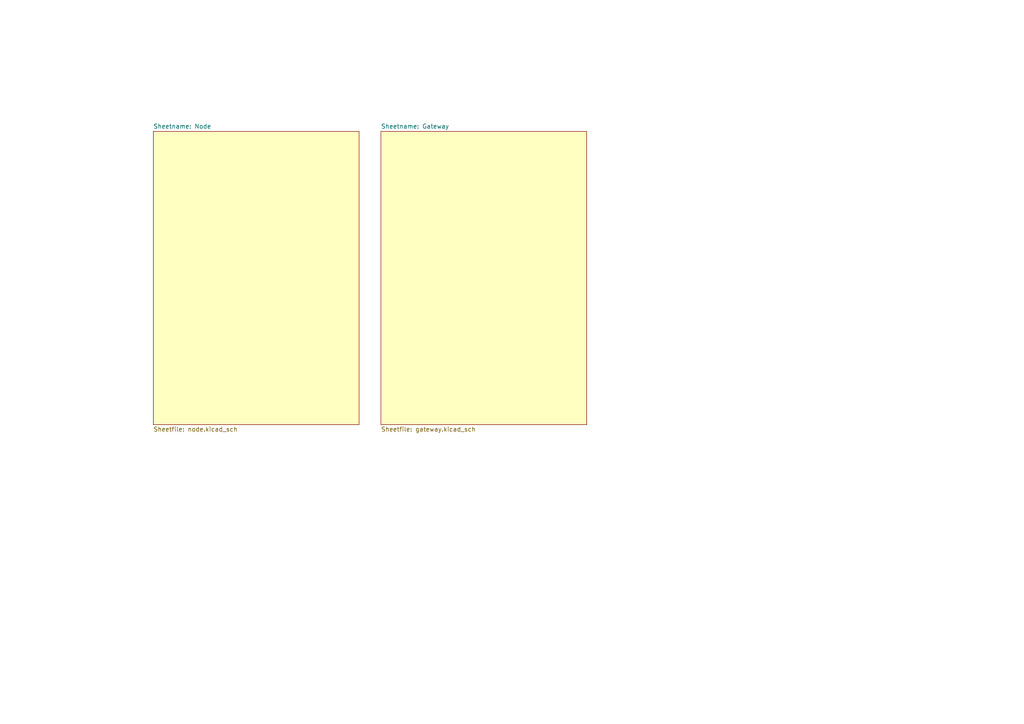
<source format=kicad_sch>
(kicad_sch
	(version 20231120)
	(generator "eeschema")
	(generator_version "8.0")
	(uuid "5a9b0855-d999-4a6c-acbe-89592a27acbb")
	(paper "A4")
	(lib_symbols)
	(sheet
		(at 110.49 38.1)
		(size 59.69 85.09)
		(fields_autoplaced yes)
		(stroke
			(width 0.1524)
			(type solid)
		)
		(fill
			(color 255 255 194 1.0000)
		)
		(uuid "62922b60-db64-414b-8a54-a9c82449b02f")
		(property "Sheetname" "Gateway"
			(at 110.49 37.3884 0)
			(show_name yes)
			(effects
				(font
					(size 1.27 1.27)
				)
				(justify left bottom)
			)
		)
		(property "Sheetfile" "gateway.kicad_sch"
			(at 110.49 123.7746 0)
			(show_name yes)
			(effects
				(font
					(size 1.27 1.27)
				)
				(justify left top)
			)
		)
		(instances
			(project "pcb_edspert_v3"
				(path "/5a9b0855-d999-4a6c-acbe-89592a27acbb"
					(page "3")
				)
			)
		)
	)
	(sheet
		(at 44.45 38.1)
		(size 59.69 85.09)
		(fields_autoplaced yes)
		(stroke
			(width 0.1524)
			(type solid)
		)
		(fill
			(color 255 255 194 1.0000)
		)
		(uuid "caf572d8-e9b8-4042-86ae-11b5f9c7b0c2")
		(property "Sheetname" "Node"
			(at 44.45 37.3884 0)
			(show_name yes)
			(effects
				(font
					(size 1.27 1.27)
				)
				(justify left bottom)
			)
		)
		(property "Sheetfile" "node.kicad_sch"
			(at 44.45 123.7746 0)
			(show_name yes)
			(effects
				(font
					(size 1.27 1.27)
				)
				(justify left top)
			)
		)
		(instances
			(project "pcb_edspert_v3"
				(path "/5a9b0855-d999-4a6c-acbe-89592a27acbb"
					(page "2")
				)
			)
		)
	)
	(sheet_instances
		(path "/"
			(page "1")
		)
	)
)

</source>
